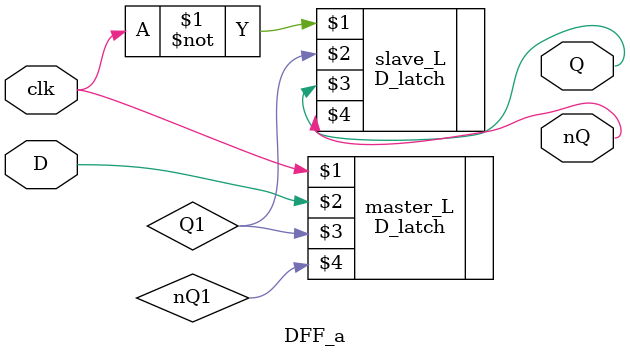
<source format=v>
`timescale 1ns / 1ps


module DFF_a(
input clk, D,
output Q, nQ
    );
    wire Q1, nQ1;
    D_latch master_L(clk, D, Q1, nQ1);
    D_latch slave_L(~clk, Q1, Q, nQ);
endmodule

</source>
